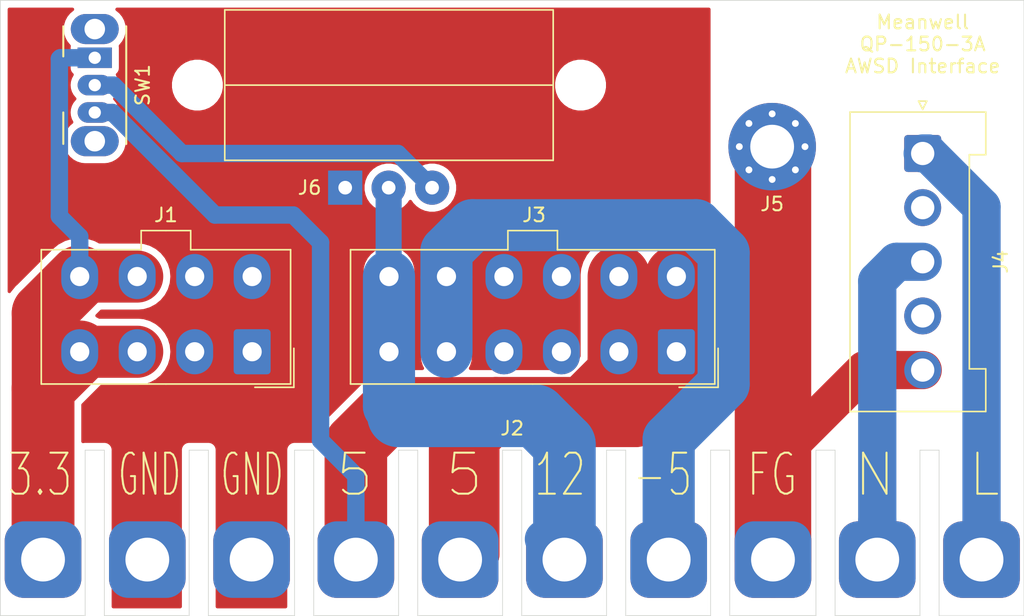
<source format=kicad_pcb>
(kicad_pcb (version 20171130) (host pcbnew "(5.1.5)-3")

  (general
    (thickness 1.6)
    (drawings 58)
    (tracks 74)
    (zones 0)
    (modules 9)
    (nets 10)
  )

  (page A4)
  (title_block
    (title "AWSD Meanwell PS Interface")
    (date 2020-02-08)
    (rev 0.3)
  )

  (layers
    (0 F.Cu signal)
    (31 B.Cu signal)
    (32 B.Adhes user)
    (33 F.Adhes user)
    (34 B.Paste user)
    (35 F.Paste user)
    (36 B.SilkS user)
    (37 F.SilkS user)
    (38 B.Mask user)
    (39 F.Mask user)
    (40 Dwgs.User user)
    (41 Cmts.User user)
    (42 Eco1.User user)
    (43 Eco2.User user)
    (44 Edge.Cuts user)
    (45 Margin user)
    (46 B.CrtYd user)
    (47 F.CrtYd user)
    (48 B.Fab user)
    (49 F.Fab user)
  )

  (setup
    (last_trace_width 0.25)
    (user_trace_width 0.254)
    (user_trace_width 1.27)
    (user_trace_width 1.905)
    (user_trace_width 2.794)
    (user_trace_width 3.81)
    (user_trace_width 4.572)
    (user_trace_width 5.588)
    (user_trace_width 6.604)
    (trace_clearance 0.2)
    (zone_clearance 0.508)
    (zone_45_only no)
    (trace_min 0.2)
    (via_size 0.8)
    (via_drill 0.4)
    (via_min_size 0.4)
    (via_min_drill 0.3)
    (uvia_size 0.3)
    (uvia_drill 0.1)
    (uvias_allowed no)
    (uvia_min_size 0.2)
    (uvia_min_drill 0.1)
    (edge_width 0.05)
    (segment_width 0.2)
    (pcb_text_width 0.3)
    (pcb_text_size 1.5 1.5)
    (mod_edge_width 0.12)
    (mod_text_size 1 1)
    (mod_text_width 0.15)
    (pad_size 1.524 1.524)
    (pad_drill 0.762)
    (pad_to_mask_clearance 0.051)
    (solder_mask_min_width 0.25)
    (aux_axis_origin 0 0)
    (visible_elements 7FFFFFFF)
    (pcbplotparams
      (layerselection 0x010fc_ffffffff)
      (usegerberextensions false)
      (usegerberattributes false)
      (usegerberadvancedattributes false)
      (creategerberjobfile false)
      (excludeedgelayer true)
      (linewidth 0.100000)
      (plotframeref false)
      (viasonmask false)
      (mode 1)
      (useauxorigin false)
      (hpglpennumber 1)
      (hpglpenspeed 20)
      (hpglpendiameter 15.000000)
      (psnegative false)
      (psa4output false)
      (plotreference true)
      (plotvalue true)
      (plotinvisibletext false)
      (padsonsilk false)
      (subtractmaskfromsilk false)
      (outputformat 1)
      (mirror false)
      (drillshape 0)
      (scaleselection 1)
      (outputdirectory "gerber/"))
  )

  (net 0 "")
  (net 1 "Net-(J1-Pad1)")
  (net 2 "Net-(J1-Pad3)")
  (net 3 "Net-(J2-Pad4)")
  (net 4 "Net-(J2-Pad6)")
  (net 5 "Net-(J2-Pad7)")
  (net 6 "Net-(J2-Pad8)")
  (net 7 "Net-(J2-Pad10)")
  (net 8 "Net-(J2-Pad9)")
  (net 9 "Net-(J6-Pad3)")

  (net_class Default "This is the default net class."
    (clearance 0.2)
    (trace_width 0.25)
    (via_dia 0.8)
    (via_drill 0.4)
    (uvia_dia 0.3)
    (uvia_drill 0.1)
    (add_net "Net-(J1-Pad1)")
    (add_net "Net-(J1-Pad3)")
    (add_net "Net-(J2-Pad10)")
    (add_net "Net-(J2-Pad4)")
    (add_net "Net-(J2-Pad6)")
    (add_net "Net-(J2-Pad7)")
    (add_net "Net-(J2-Pad8)")
    (add_net "Net-(J2-Pad9)")
    (add_net "Net-(J6-Pad3)")
  )

  (module Connector_Molex:Molex_Mini-Fit_Jr_5566-08A_2x04_P4.20mm_Vertical (layer F.Cu) (tedit 5B781992) (tstamp 5E3D58E2)
    (at 119 120 180)
    (descr "Molex Mini-Fit Jr. Power Connectors, old mpn/engineering number: 5566-08A, example for new mpn: 39-28-x08x, 4 Pins per row, Mounting:  (http://www.molex.com/pdm_docs/sd/039281043_sd.pdf), generated with kicad-footprint-generator")
    (tags "connector Molex Mini-Fit_Jr side entry")
    (path /5E3D6394)
    (fp_text reference J1 (at 6.3 10) (layer F.SilkS)
      (effects (font (size 1 1) (thickness 0.15)))
    )
    (fp_text value Conn_02x04_Top_Bottom (at 6.3 9.95) (layer F.Fab)
      (effects (font (size 1 1) (thickness 0.15)))
    )
    (fp_line (start -2.7 -2.25) (end -2.7 7.35) (layer F.Fab) (width 0.1))
    (fp_line (start -2.7 7.35) (end 15.3 7.35) (layer F.Fab) (width 0.1))
    (fp_line (start 15.3 7.35) (end 15.3 -2.25) (layer F.Fab) (width 0.1))
    (fp_line (start 15.3 -2.25) (end -2.7 -2.25) (layer F.Fab) (width 0.1))
    (fp_line (start 4.6 7.35) (end 4.6 8.75) (layer F.Fab) (width 0.1))
    (fp_line (start 4.6 8.75) (end 8 8.75) (layer F.Fab) (width 0.1))
    (fp_line (start 8 8.75) (end 8 7.35) (layer F.Fab) (width 0.1))
    (fp_line (start -1.65 -1) (end -1.65 2.3) (layer F.Fab) (width 0.1))
    (fp_line (start -1.65 2.3) (end 1.65 2.3) (layer F.Fab) (width 0.1))
    (fp_line (start 1.65 2.3) (end 1.65 -1) (layer F.Fab) (width 0.1))
    (fp_line (start 1.65 -1) (end -1.65 -1) (layer F.Fab) (width 0.1))
    (fp_line (start -1.65 6.5) (end -1.65 4.025) (layer F.Fab) (width 0.1))
    (fp_line (start -1.65 4.025) (end -0.825 3.2) (layer F.Fab) (width 0.1))
    (fp_line (start -0.825 3.2) (end 0.825 3.2) (layer F.Fab) (width 0.1))
    (fp_line (start 0.825 3.2) (end 1.65 4.025) (layer F.Fab) (width 0.1))
    (fp_line (start 1.65 4.025) (end 1.65 6.5) (layer F.Fab) (width 0.1))
    (fp_line (start 1.65 6.5) (end -1.65 6.5) (layer F.Fab) (width 0.1))
    (fp_line (start 2.55 3.2) (end 2.55 6.5) (layer F.Fab) (width 0.1))
    (fp_line (start 2.55 6.5) (end 5.85 6.5) (layer F.Fab) (width 0.1))
    (fp_line (start 5.85 6.5) (end 5.85 3.2) (layer F.Fab) (width 0.1))
    (fp_line (start 5.85 3.2) (end 2.55 3.2) (layer F.Fab) (width 0.1))
    (fp_line (start 2.55 2.3) (end 2.55 -0.175) (layer F.Fab) (width 0.1))
    (fp_line (start 2.55 -0.175) (end 3.375 -1) (layer F.Fab) (width 0.1))
    (fp_line (start 3.375 -1) (end 5.025 -1) (layer F.Fab) (width 0.1))
    (fp_line (start 5.025 -1) (end 5.85 -0.175) (layer F.Fab) (width 0.1))
    (fp_line (start 5.85 -0.175) (end 5.85 2.3) (layer F.Fab) (width 0.1))
    (fp_line (start 5.85 2.3) (end 2.55 2.3) (layer F.Fab) (width 0.1))
    (fp_line (start 6.75 3.2) (end 6.75 6.5) (layer F.Fab) (width 0.1))
    (fp_line (start 6.75 6.5) (end 10.05 6.5) (layer F.Fab) (width 0.1))
    (fp_line (start 10.05 6.5) (end 10.05 3.2) (layer F.Fab) (width 0.1))
    (fp_line (start 10.05 3.2) (end 6.75 3.2) (layer F.Fab) (width 0.1))
    (fp_line (start 6.75 2.3) (end 6.75 -0.175) (layer F.Fab) (width 0.1))
    (fp_line (start 6.75 -0.175) (end 7.575 -1) (layer F.Fab) (width 0.1))
    (fp_line (start 7.575 -1) (end 9.225 -1) (layer F.Fab) (width 0.1))
    (fp_line (start 9.225 -1) (end 10.05 -0.175) (layer F.Fab) (width 0.1))
    (fp_line (start 10.05 -0.175) (end 10.05 2.3) (layer F.Fab) (width 0.1))
    (fp_line (start 10.05 2.3) (end 6.75 2.3) (layer F.Fab) (width 0.1))
    (fp_line (start 10.95 -1) (end 10.95 2.3) (layer F.Fab) (width 0.1))
    (fp_line (start 10.95 2.3) (end 14.25 2.3) (layer F.Fab) (width 0.1))
    (fp_line (start 14.25 2.3) (end 14.25 -1) (layer F.Fab) (width 0.1))
    (fp_line (start 14.25 -1) (end 10.95 -1) (layer F.Fab) (width 0.1))
    (fp_line (start 10.95 6.5) (end 10.95 4.025) (layer F.Fab) (width 0.1))
    (fp_line (start 10.95 4.025) (end 11.775 3.2) (layer F.Fab) (width 0.1))
    (fp_line (start 11.775 3.2) (end 13.425 3.2) (layer F.Fab) (width 0.1))
    (fp_line (start 13.425 3.2) (end 14.25 4.025) (layer F.Fab) (width 0.1))
    (fp_line (start 14.25 4.025) (end 14.25 6.5) (layer F.Fab) (width 0.1))
    (fp_line (start 14.25 6.5) (end 10.95 6.5) (layer F.Fab) (width 0.1))
    (fp_line (start 6.3 -2.36) (end -2.81 -2.36) (layer F.SilkS) (width 0.12))
    (fp_line (start -2.81 -2.36) (end -2.81 7.46) (layer F.SilkS) (width 0.12))
    (fp_line (start -2.81 7.46) (end 4.49 7.46) (layer F.SilkS) (width 0.12))
    (fp_line (start 4.49 7.46) (end 4.49 8.86) (layer F.SilkS) (width 0.12))
    (fp_line (start 4.49 8.86) (end 6.3 8.86) (layer F.SilkS) (width 0.12))
    (fp_line (start 6.3 -2.36) (end 15.41 -2.36) (layer F.SilkS) (width 0.12))
    (fp_line (start 15.41 -2.36) (end 15.41 7.46) (layer F.SilkS) (width 0.12))
    (fp_line (start 15.41 7.46) (end 8.11 7.46) (layer F.SilkS) (width 0.12))
    (fp_line (start 8.11 7.46) (end 8.11 8.86) (layer F.SilkS) (width 0.12))
    (fp_line (start 8.11 8.86) (end 6.3 8.86) (layer F.SilkS) (width 0.12))
    (fp_line (start -0.2 -2.6) (end -3.05 -2.6) (layer F.SilkS) (width 0.12))
    (fp_line (start -3.05 -2.6) (end -3.05 0.25) (layer F.SilkS) (width 0.12))
    (fp_line (start -0.2 -2.6) (end -3.05 -2.6) (layer F.Fab) (width 0.1))
    (fp_line (start -3.05 -2.6) (end -3.05 0.25) (layer F.Fab) (width 0.1))
    (fp_line (start -3.2 -2.75) (end -3.2 9.25) (layer F.CrtYd) (width 0.05))
    (fp_line (start -3.2 9.25) (end 15.8 9.25) (layer F.CrtYd) (width 0.05))
    (fp_line (start 15.8 9.25) (end 15.8 -2.75) (layer F.CrtYd) (width 0.05))
    (fp_line (start 15.8 -2.75) (end -3.2 -2.75) (layer F.CrtYd) (width 0.05))
    (fp_text user %R (at 6.3 -1.55) (layer F.Fab)
      (effects (font (size 1 1) (thickness 0.15)))
    )
    (pad 1 thru_hole roundrect (at 0 0 180) (size 2.7 3.3) (drill 1.4) (layers *.Cu *.Mask) (roundrect_rratio 0.09259299999999999)
      (net 1 "Net-(J1-Pad1)"))
    (pad 2 thru_hole oval (at 4.2 0 180) (size 2.7 3.3) (drill 1.4) (layers *.Cu *.Mask)
      (net 1 "Net-(J1-Pad1)"))
    (pad 3 thru_hole oval (at 8.4 0 180) (size 2.7 3.3) (drill 1.4) (layers *.Cu *.Mask)
      (net 2 "Net-(J1-Pad3)"))
    (pad 4 thru_hole oval (at 12.6 0 180) (size 2.7 3.3) (drill 1.4) (layers *.Cu *.Mask)
      (net 2 "Net-(J1-Pad3)"))
    (pad 5 thru_hole oval (at 0 5.5 180) (size 2.7 3.3) (drill 1.4) (layers *.Cu *.Mask)
      (net 1 "Net-(J1-Pad1)"))
    (pad 6 thru_hole oval (at 4.2 5.5 180) (size 2.7 3.3) (drill 1.4) (layers *.Cu *.Mask)
      (net 1 "Net-(J1-Pad1)"))
    (pad 7 thru_hole oval (at 8.4 5.5 180) (size 2.7 3.3) (drill 1.4) (layers *.Cu *.Mask)
      (net 2 "Net-(J1-Pad3)"))
    (pad 8 thru_hole oval (at 12.6 5.5 180) (size 2.7 3.3) (drill 1.4) (layers *.Cu *.Mask)
      (net 2 "Net-(J1-Pad3)"))
    (model ${KISYS3DMOD}/Connector_Molex.3dshapes/Molex_Mini-Fit_Jr_5566-08A_2x04_P4.20mm_Vertical.wrl
      (at (xyz 0 0 0))
      (scale (xyz 1 1 1))
      (rotate (xyz 0 0 0))
    )
  )

  (module Connector_Molex:Molex_Mini-Fit_Jr_5566-12A_2x06_P4.20mm_Vertical (layer F.Cu) (tedit 5B781992) (tstamp 5E3D5974)
    (at 150 120 180)
    (descr "Molex Mini-Fit Jr. Power Connectors, old mpn/engineering number: 5566-12A, example for new mpn: 39-28-x12x, 6 Pins per row, Mounting:  (http://www.molex.com/pdm_docs/sd/039281043_sd.pdf), generated with kicad-footprint-generator")
    (tags "connector Molex Mini-Fit_Jr side entry")
    (path /5E3CE40B)
    (fp_text reference J3 (at 10.4 10) (layer F.SilkS)
      (effects (font (size 1 1) (thickness 0.15)))
    )
    (fp_text value Conn_02x06_Top_Bottom (at 5.9 10) (layer F.Fab)
      (effects (font (size 1 1) (thickness 0.15)))
    )
    (fp_line (start -2.7 -2.25) (end -2.7 7.35) (layer F.Fab) (width 0.1))
    (fp_line (start -2.7 7.35) (end 23.7 7.35) (layer F.Fab) (width 0.1))
    (fp_line (start 23.7 7.35) (end 23.7 -2.25) (layer F.Fab) (width 0.1))
    (fp_line (start 23.7 -2.25) (end -2.7 -2.25) (layer F.Fab) (width 0.1))
    (fp_line (start 8.8 7.35) (end 8.8 8.75) (layer F.Fab) (width 0.1))
    (fp_line (start 8.8 8.75) (end 12.2 8.75) (layer F.Fab) (width 0.1))
    (fp_line (start 12.2 8.75) (end 12.2 7.35) (layer F.Fab) (width 0.1))
    (fp_line (start -1.65 -1) (end -1.65 2.3) (layer F.Fab) (width 0.1))
    (fp_line (start -1.65 2.3) (end 1.65 2.3) (layer F.Fab) (width 0.1))
    (fp_line (start 1.65 2.3) (end 1.65 -1) (layer F.Fab) (width 0.1))
    (fp_line (start 1.65 -1) (end -1.65 -1) (layer F.Fab) (width 0.1))
    (fp_line (start -1.65 6.5) (end -1.65 4.025) (layer F.Fab) (width 0.1))
    (fp_line (start -1.65 4.025) (end -0.825 3.2) (layer F.Fab) (width 0.1))
    (fp_line (start -0.825 3.2) (end 0.825 3.2) (layer F.Fab) (width 0.1))
    (fp_line (start 0.825 3.2) (end 1.65 4.025) (layer F.Fab) (width 0.1))
    (fp_line (start 1.65 4.025) (end 1.65 6.5) (layer F.Fab) (width 0.1))
    (fp_line (start 1.65 6.5) (end -1.65 6.5) (layer F.Fab) (width 0.1))
    (fp_line (start 2.55 3.2) (end 2.55 6.5) (layer F.Fab) (width 0.1))
    (fp_line (start 2.55 6.5) (end 5.85 6.5) (layer F.Fab) (width 0.1))
    (fp_line (start 5.85 6.5) (end 5.85 3.2) (layer F.Fab) (width 0.1))
    (fp_line (start 5.85 3.2) (end 2.55 3.2) (layer F.Fab) (width 0.1))
    (fp_line (start 2.55 2.3) (end 2.55 -0.175) (layer F.Fab) (width 0.1))
    (fp_line (start 2.55 -0.175) (end 3.375 -1) (layer F.Fab) (width 0.1))
    (fp_line (start 3.375 -1) (end 5.025 -1) (layer F.Fab) (width 0.1))
    (fp_line (start 5.025 -1) (end 5.85 -0.175) (layer F.Fab) (width 0.1))
    (fp_line (start 5.85 -0.175) (end 5.85 2.3) (layer F.Fab) (width 0.1))
    (fp_line (start 5.85 2.3) (end 2.55 2.3) (layer F.Fab) (width 0.1))
    (fp_line (start 6.75 3.2) (end 6.75 6.5) (layer F.Fab) (width 0.1))
    (fp_line (start 6.75 6.5) (end 10.05 6.5) (layer F.Fab) (width 0.1))
    (fp_line (start 10.05 6.5) (end 10.05 3.2) (layer F.Fab) (width 0.1))
    (fp_line (start 10.05 3.2) (end 6.75 3.2) (layer F.Fab) (width 0.1))
    (fp_line (start 6.75 2.3) (end 6.75 -0.175) (layer F.Fab) (width 0.1))
    (fp_line (start 6.75 -0.175) (end 7.575 -1) (layer F.Fab) (width 0.1))
    (fp_line (start 7.575 -1) (end 9.225 -1) (layer F.Fab) (width 0.1))
    (fp_line (start 9.225 -1) (end 10.05 -0.175) (layer F.Fab) (width 0.1))
    (fp_line (start 10.05 -0.175) (end 10.05 2.3) (layer F.Fab) (width 0.1))
    (fp_line (start 10.05 2.3) (end 6.75 2.3) (layer F.Fab) (width 0.1))
    (fp_line (start 10.95 -1) (end 10.95 2.3) (layer F.Fab) (width 0.1))
    (fp_line (start 10.95 2.3) (end 14.25 2.3) (layer F.Fab) (width 0.1))
    (fp_line (start 14.25 2.3) (end 14.25 -1) (layer F.Fab) (width 0.1))
    (fp_line (start 14.25 -1) (end 10.95 -1) (layer F.Fab) (width 0.1))
    (fp_line (start 10.95 6.5) (end 10.95 4.025) (layer F.Fab) (width 0.1))
    (fp_line (start 10.95 4.025) (end 11.775 3.2) (layer F.Fab) (width 0.1))
    (fp_line (start 11.775 3.2) (end 13.425 3.2) (layer F.Fab) (width 0.1))
    (fp_line (start 13.425 3.2) (end 14.25 4.025) (layer F.Fab) (width 0.1))
    (fp_line (start 14.25 4.025) (end 14.25 6.5) (layer F.Fab) (width 0.1))
    (fp_line (start 14.25 6.5) (end 10.95 6.5) (layer F.Fab) (width 0.1))
    (fp_line (start 15.15 -1) (end 15.15 2.3) (layer F.Fab) (width 0.1))
    (fp_line (start 15.15 2.3) (end 18.45 2.3) (layer F.Fab) (width 0.1))
    (fp_line (start 18.45 2.3) (end 18.45 -1) (layer F.Fab) (width 0.1))
    (fp_line (start 18.45 -1) (end 15.15 -1) (layer F.Fab) (width 0.1))
    (fp_line (start 15.15 6.5) (end 15.15 4.025) (layer F.Fab) (width 0.1))
    (fp_line (start 15.15 4.025) (end 15.975 3.2) (layer F.Fab) (width 0.1))
    (fp_line (start 15.975 3.2) (end 17.625 3.2) (layer F.Fab) (width 0.1))
    (fp_line (start 17.625 3.2) (end 18.45 4.025) (layer F.Fab) (width 0.1))
    (fp_line (start 18.45 4.025) (end 18.45 6.5) (layer F.Fab) (width 0.1))
    (fp_line (start 18.45 6.5) (end 15.15 6.5) (layer F.Fab) (width 0.1))
    (fp_line (start 19.35 3.2) (end 19.35 6.5) (layer F.Fab) (width 0.1))
    (fp_line (start 19.35 6.5) (end 22.65 6.5) (layer F.Fab) (width 0.1))
    (fp_line (start 22.65 6.5) (end 22.65 3.2) (layer F.Fab) (width 0.1))
    (fp_line (start 22.65 3.2) (end 19.35 3.2) (layer F.Fab) (width 0.1))
    (fp_line (start 19.35 2.3) (end 19.35 -0.175) (layer F.Fab) (width 0.1))
    (fp_line (start 19.35 -0.175) (end 20.175 -1) (layer F.Fab) (width 0.1))
    (fp_line (start 20.175 -1) (end 21.825 -1) (layer F.Fab) (width 0.1))
    (fp_line (start 21.825 -1) (end 22.65 -0.175) (layer F.Fab) (width 0.1))
    (fp_line (start 22.65 -0.175) (end 22.65 2.3) (layer F.Fab) (width 0.1))
    (fp_line (start 22.65 2.3) (end 19.35 2.3) (layer F.Fab) (width 0.1))
    (fp_line (start 10.5 -2.36) (end -2.81 -2.36) (layer F.SilkS) (width 0.12))
    (fp_line (start -2.81 -2.36) (end -2.81 7.46) (layer F.SilkS) (width 0.12))
    (fp_line (start -2.81 7.46) (end 8.69 7.46) (layer F.SilkS) (width 0.12))
    (fp_line (start 8.69 7.46) (end 8.69 8.86) (layer F.SilkS) (width 0.12))
    (fp_line (start 8.69 8.86) (end 10.5 8.86) (layer F.SilkS) (width 0.12))
    (fp_line (start 10.5 -2.36) (end 23.81 -2.36) (layer F.SilkS) (width 0.12))
    (fp_line (start 23.81 -2.36) (end 23.81 7.46) (layer F.SilkS) (width 0.12))
    (fp_line (start 23.81 7.46) (end 12.31 7.46) (layer F.SilkS) (width 0.12))
    (fp_line (start 12.31 7.46) (end 12.31 8.86) (layer F.SilkS) (width 0.12))
    (fp_line (start 12.31 8.86) (end 10.5 8.86) (layer F.SilkS) (width 0.12))
    (fp_line (start -0.2 -2.6) (end -3.05 -2.6) (layer F.SilkS) (width 0.12))
    (fp_line (start -3.05 -2.6) (end -3.05 0.25) (layer F.SilkS) (width 0.12))
    (fp_line (start -0.2 -2.6) (end -3.05 -2.6) (layer F.Fab) (width 0.1))
    (fp_line (start -3.05 -2.6) (end -3.05 0.25) (layer F.Fab) (width 0.1))
    (fp_line (start -3.2 -2.75) (end -3.2 9.25) (layer F.CrtYd) (width 0.05))
    (fp_line (start -3.2 9.25) (end 24.2 9.25) (layer F.CrtYd) (width 0.05))
    (fp_line (start 24.2 9.25) (end 24.2 -2.75) (layer F.CrtYd) (width 0.05))
    (fp_line (start 24.2 -2.75) (end -3.2 -2.75) (layer F.CrtYd) (width 0.05))
    (fp_text user %R (at 10.5 -1.55) (layer F.Fab)
      (effects (font (size 1 1) (thickness 0.15)))
    )
    (pad 1 thru_hole roundrect (at 0 0 180) (size 2.7 3.3) (drill 1.4) (layers *.Cu *.Mask) (roundrect_rratio 0.09259299999999999)
      (net 3 "Net-(J2-Pad4)"))
    (pad 2 thru_hole oval (at 4.2 0 180) (size 2.7 3.3) (drill 1.4) (layers *.Cu *.Mask)
      (net 3 "Net-(J2-Pad4)"))
    (pad 3 thru_hole oval (at 8.4 0 180) (size 2.7 3.3) (drill 1.4) (layers *.Cu *.Mask)
      (net 1 "Net-(J1-Pad1)"))
    (pad 4 thru_hole oval (at 12.6 0 180) (size 2.7 3.3) (drill 1.4) (layers *.Cu *.Mask)
      (net 1 "Net-(J1-Pad1)"))
    (pad 5 thru_hole oval (at 16.8 0 180) (size 2.7 3.3) (drill 1.4) (layers *.Cu *.Mask)
      (net 5 "Net-(J2-Pad7)"))
    (pad 6 thru_hole oval (at 21 0 180) (size 2.7 3.3) (drill 1.4) (layers *.Cu *.Mask)
      (net 4 "Net-(J2-Pad6)"))
    (pad 7 thru_hole oval (at 0 5.5 180) (size 2.7 3.3) (drill 1.4) (layers *.Cu *.Mask)
      (net 3 "Net-(J2-Pad4)"))
    (pad 8 thru_hole oval (at 4.2 5.5 180) (size 2.7 3.3) (drill 1.4) (layers *.Cu *.Mask)
      (net 3 "Net-(J2-Pad4)"))
    (pad 9 thru_hole oval (at 8.4 5.5 180) (size 2.7 3.3) (drill 1.4) (layers *.Cu *.Mask)
      (net 1 "Net-(J1-Pad1)"))
    (pad 10 thru_hole oval (at 12.6 5.5 180) (size 2.7 3.3) (drill 1.4) (layers *.Cu *.Mask)
      (net 1 "Net-(J1-Pad1)"))
    (pad 11 thru_hole oval (at 16.8 5.5 180) (size 2.7 3.3) (drill 1.4) (layers *.Cu *.Mask)
      (net 5 "Net-(J2-Pad7)"))
    (pad 12 thru_hole oval (at 21 5.5 180) (size 2.7 3.3) (drill 1.4) (layers *.Cu *.Mask)
      (net 4 "Net-(J2-Pad6)"))
    (model ${KISYS3DMOD}/Connector_Molex.3dshapes/Molex_Mini-Fit_Jr_5566-12A_2x06_P4.20mm_Vertical.wrl
      (at (xyz 0 0 0))
      (scale (xyz 1 1 1))
      (rotate (xyz 0 0 0))
    )
  )

  (module Connector_JST:JST_VH_B5P-VH-FB-B_1x05_P3.96mm_Vertical (layer F.Cu) (tedit 5B774DBF) (tstamp 5E3D72A8)
    (at 168 105.5 270)
    (descr "JST VH series connector, B5P-VH-FB-B, shrouded (http://www.jst-mfg.com/product/pdf/eng/eVH.pdf),  generated with kicad-footprint-generator")
    (tags "connector JST VH side entry")
    (path /5E3D7C6C)
    (fp_text reference J4 (at 7.92 -5.7 90) (layer F.SilkS)
      (effects (font (size 1 1) (thickness 0.15)))
    )
    (fp_text value Conn_01x05 (at 7.92 6.4 90) (layer F.Fab)
      (effects (font (size 1 1) (thickness 0.15)))
    )
    (fp_line (start -2.92 5.2) (end -2.92 -4.5) (layer F.Fab) (width 0.1))
    (fp_line (start -2.92 -4.5) (end -0.02 -4.5) (layer F.Fab) (width 0.1))
    (fp_line (start -0.02 -4.5) (end -0.02 -3.3) (layer F.Fab) (width 0.1))
    (fp_line (start -0.02 -3.3) (end 15.86 -3.3) (layer F.Fab) (width 0.1))
    (fp_line (start 15.86 -3.3) (end 15.86 -4.5) (layer F.Fab) (width 0.1))
    (fp_line (start 15.86 -4.5) (end 18.76 -4.5) (layer F.Fab) (width 0.1))
    (fp_line (start 18.76 -4.5) (end 18.76 5.2) (layer F.Fab) (width 0.1))
    (fp_line (start 18.76 5.2) (end -2.92 5.2) (layer F.Fab) (width 0.1))
    (fp_line (start -2 4.3) (end -2 -2.1) (layer F.Fab) (width 0.1))
    (fp_line (start -2 -2.1) (end 17.84 -2.1) (layer F.Fab) (width 0.1))
    (fp_line (start 17.84 -2.1) (end 17.84 4.3) (layer F.Fab) (width 0.1))
    (fp_line (start 17.84 4.3) (end -2 4.3) (layer F.Fab) (width 0.1))
    (fp_line (start -2.92 -1) (end -1.92 0) (layer F.Fab) (width 0.1))
    (fp_line (start -2.92 1) (end -1.92 0) (layer F.Fab) (width 0.1))
    (fp_line (start -3.42 -5) (end -3.42 5.7) (layer F.CrtYd) (width 0.05))
    (fp_line (start -3.42 5.7) (end 19.26 5.7) (layer F.CrtYd) (width 0.05))
    (fp_line (start 19.26 5.7) (end 19.26 -5) (layer F.CrtYd) (width 0.05))
    (fp_line (start 19.26 -5) (end -3.42 -5) (layer F.CrtYd) (width 0.05))
    (fp_line (start -3.03 5.31) (end -3.03 -4.61) (layer F.SilkS) (width 0.12))
    (fp_line (start -3.03 -4.61) (end 0.09 -4.61) (layer F.SilkS) (width 0.12))
    (fp_line (start 0.09 -4.61) (end 0.09 -3.41) (layer F.SilkS) (width 0.12))
    (fp_line (start 0.09 -3.41) (end 15.75 -3.41) (layer F.SilkS) (width 0.12))
    (fp_line (start 15.75 -3.41) (end 15.75 -4.61) (layer F.SilkS) (width 0.12))
    (fp_line (start 15.75 -4.61) (end 18.87 -4.61) (layer F.SilkS) (width 0.12))
    (fp_line (start 18.87 -4.61) (end 18.87 5.31) (layer F.SilkS) (width 0.12))
    (fp_line (start 18.87 5.31) (end -3.03 5.31) (layer F.SilkS) (width 0.12))
    (fp_line (start -3.23 0) (end -3.83 0.3) (layer F.SilkS) (width 0.12))
    (fp_line (start -3.83 0.3) (end -3.83 -0.3) (layer F.SilkS) (width 0.12))
    (fp_line (start -3.83 -0.3) (end -3.23 0) (layer F.SilkS) (width 0.12))
    (fp_text user %R (at 7.92 2.5 90) (layer F.Fab)
      (effects (font (size 1 1) (thickness 0.15)))
    )
    (pad 1 thru_hole roundrect (at 0 0 270) (size 2.7 2.7) (drill 1.7) (layers *.Cu *.Mask) (roundrect_rratio 0.09259299999999999)
      (net 7 "Net-(J2-Pad10)"))
    (pad 2 thru_hole circle (at 3.96 0 270) (size 2.7 2.7) (drill 1.7) (layers *.Cu *.Mask))
    (pad 3 thru_hole circle (at 7.92 0 270) (size 2.7 2.7) (drill 1.7) (layers *.Cu *.Mask)
      (net 8 "Net-(J2-Pad9)"))
    (pad 4 thru_hole circle (at 11.88 0 270) (size 2.7 2.7) (drill 1.7) (layers *.Cu *.Mask))
    (pad 5 thru_hole circle (at 15.84 0 270) (size 2.7 2.7) (drill 1.7) (layers *.Cu *.Mask)
      (net 6 "Net-(J2-Pad8)"))
    (pad "" np_thru_hole circle (at -1.5 -3.4 270) (size 1.45 1.45) (drill 1.45) (layers *.Cu *.Mask))
    (model ${KISYS3DMOD}/Connector_JST.3dshapes/JST_VH_B5P-VH-FB-B_1x05_P3.96mm_Vertical.wrl
      (at (xyz 0 0 0))
      (scale (xyz 1 1 1))
      (rotate (xyz 0 0 0))
    )
  )

  (module MountingHole:MountingHole_3.2mm_M3_Pad_Via (layer F.Cu) (tedit 56DDBCCA) (tstamp 5E3D59AC)
    (at 157 105 180)
    (descr "Mounting Hole 3.2mm, M3")
    (tags "mounting hole 3.2mm m3")
    (path /5E3F093F)
    (attr virtual)
    (fp_text reference J5 (at 0 -4.2) (layer F.SilkS)
      (effects (font (size 1 1) (thickness 0.15)))
    )
    (fp_text value Conn_01x01 (at 0 4.2) (layer F.Fab)
      (effects (font (size 1 1) (thickness 0.15)))
    )
    (fp_text user %R (at 0.3 0) (layer F.Fab)
      (effects (font (size 1 1) (thickness 0.15)))
    )
    (fp_circle (center 0 0) (end 3.2 0) (layer Cmts.User) (width 0.15))
    (fp_circle (center 0 0) (end 3.45 0) (layer F.CrtYd) (width 0.05))
    (pad 1 thru_hole circle (at 0 0 180) (size 6.4 6.4) (drill 3.2) (layers *.Cu *.Mask)
      (net 6 "Net-(J2-Pad8)"))
    (pad 1 thru_hole circle (at 2.4 0 180) (size 0.8 0.8) (drill 0.5) (layers *.Cu *.Mask)
      (net 6 "Net-(J2-Pad8)"))
    (pad 1 thru_hole circle (at 1.697056 1.697056 180) (size 0.8 0.8) (drill 0.5) (layers *.Cu *.Mask)
      (net 6 "Net-(J2-Pad8)"))
    (pad 1 thru_hole circle (at 0 2.4 180) (size 0.8 0.8) (drill 0.5) (layers *.Cu *.Mask)
      (net 6 "Net-(J2-Pad8)"))
    (pad 1 thru_hole circle (at -1.697056 1.697056 180) (size 0.8 0.8) (drill 0.5) (layers *.Cu *.Mask)
      (net 6 "Net-(J2-Pad8)"))
    (pad 1 thru_hole circle (at -2.4 0 180) (size 0.8 0.8) (drill 0.5) (layers *.Cu *.Mask)
      (net 6 "Net-(J2-Pad8)"))
    (pad 1 thru_hole circle (at -1.697056 -1.697056 180) (size 0.8 0.8) (drill 0.5) (layers *.Cu *.Mask)
      (net 6 "Net-(J2-Pad8)"))
    (pad 1 thru_hole circle (at 0 -2.4 180) (size 0.8 0.8) (drill 0.5) (layers *.Cu *.Mask)
      (net 6 "Net-(J2-Pad8)"))
    (pad 1 thru_hole circle (at 1.697056 -1.697056 180) (size 0.8 0.8) (drill 0.5) (layers *.Cu *.Mask)
      (net 6 "Net-(J2-Pad8)"))
  )

  (module Button_Switch_THT:SW_CuK_OS102011MA1QN1_SPDT_Angled (layer F.Cu) (tedit 5A02FE31) (tstamp 5E3D80D4)
    (at 107.5 98.5 270)
    (descr "CuK miniature slide switch, OS series, SPDT, right angle, http://www.ckswitches.com/media/1428/os.pdf")
    (tags "switch SPDT")
    (path /5E3F57A9)
    (fp_text reference SW1 (at 2 -3.5 90) (layer F.SilkS)
      (effects (font (size 1 1) (thickness 0.15)))
    )
    (fp_text value SW_SPDT (at 8.5 2 180) (layer F.Fab)
      (effects (font (size 1 1) (thickness 0.15)))
    )
    (fp_text user %R (at 2.3 1.7 90) (layer F.Fab)
      (effects (font (size 0.5 0.5) (thickness 0.1)))
    )
    (fp_line (start -2.3 -2.2) (end 6.3 -2.2) (layer F.Fab) (width 0.1))
    (fp_line (start -2.3 -2.2) (end -2.3 2.2) (layer F.Fab) (width 0.1))
    (fp_line (start -2.3 2.2) (end 6.3 2.2) (layer F.Fab) (width 0.1))
    (fp_line (start 6.3 2.2) (end 6.3 -2.2) (layer F.Fab) (width 0.1))
    (fp_line (start 2 2.2) (end 2 6.2) (layer F.Fab) (width 0.1))
    (fp_line (start 2 6.2) (end 0 6.2) (layer F.Fab) (width 0.1))
    (fp_line (start 0 6.2) (end 0 2.2) (layer F.Fab) (width 0.1))
    (fp_line (start -2.3 -2.3) (end 6.3 -2.3) (layer F.SilkS) (width 0.15))
    (fp_line (start -2.3 2.3) (end -0.1 2.3) (layer F.SilkS) (width 0.15))
    (fp_line (start 4 2.3) (end 6.3 2.3) (layer F.SilkS) (width 0.15))
    (fp_line (start 7.7 -2.7) (end 7.7 6.7) (layer F.CrtYd) (width 0.05))
    (fp_line (start 7.7 6.7) (end -3.7 6.7) (layer F.CrtYd) (width 0.05))
    (fp_line (start -3.7 6.7) (end -3.7 -2.7) (layer F.CrtYd) (width 0.05))
    (fp_line (start -3.7 -2.7) (end 7.7 -2.7) (layer F.CrtYd) (width 0.05))
    (pad 1 thru_hole rect (at 0 0 270) (size 1.5 2.5) (drill 0.9) (layers *.Cu *.Mask)
      (net 2 "Net-(J1-Pad3)"))
    (pad 2 thru_hole oval (at 2 0 270) (size 1.5 2.5) (drill 0.9) (layers *.Cu *.Mask)
      (net 9 "Net-(J6-Pad3)"))
    (pad 3 thru_hole oval (at 4 0 270) (size 1.5 2.5) (drill 0.9) (layers *.Cu *.Mask)
      (net 3 "Net-(J2-Pad4)"))
    (pad "" thru_hole oval (at -2.1 0 270) (size 2.2 3.5) (drill 1.5) (layers *.Cu *.Mask))
    (pad "" thru_hole oval (at 6.1 0 270) (size 2.2 3.5) (drill 1.5) (layers *.Cu *.Mask))
    (model ${KISYS3DMOD}/Button_Switch_THT.3dshapes/SW_CuK_OS102011MA1QN1_SPDT_Angled.wrl
      (at (xyz 0 0 0))
      (scale (xyz 1 1 1))
      (rotate (xyz 0 0 0))
    )
  )

  (module Andrew-Custom:PSTabs_3.2mm_M3_DIN965_Pad (layer F.Cu) (tedit 5E3CF74A) (tstamp 5E3D701B)
    (at 138.01 135.2 180)
    (descr "Mounting Hole 3.2mm, M3, DIN965")
    (tags "mounting hole 3.2mm m3 din965")
    (path /5E3D4BBA)
    (attr virtual)
    (fp_text reference J2 (at 0.01 9.6 180) (layer F.SilkS)
      (effects (font (size 1 1) (thickness 0.15)))
    )
    (fp_text value Conn_01x10 (at 0 4.3) (layer F.Fab)
      (effects (font (size 1 1) (thickness 0.15)))
    )
    (fp_text user %R (at -3.51 0) (layer F.Fab)
      (effects (font (size 1 1) (thickness 0.15)))
    )
    (fp_circle (center -3.81 0) (end -1.01 0) (layer Cmts.User) (width 0.15))
    (fp_circle (center -3.81 0) (end -0.76 0) (layer F.CrtYd) (width 0.05))
    (fp_circle (center 3.81 0) (end 6.86 0) (layer F.CrtYd) (width 0.05))
    (fp_circle (center 3.81 0) (end 6.61 0) (layer Cmts.User) (width 0.15))
    (fp_text user %R (at 4.11 0) (layer F.Fab)
      (effects (font (size 1 1) (thickness 0.15)))
    )
    (fp_circle (center -19.05 0) (end -16 0) (layer F.CrtYd) (width 0.05))
    (fp_circle (center -19.05 0) (end -16.25 0) (layer Cmts.User) (width 0.15))
    (fp_text user %R (at -18.75 0) (layer F.Fab)
      (effects (font (size 1 1) (thickness 0.15)))
    )
    (fp_circle (center -26.67 0) (end -23.62 0) (layer F.CrtYd) (width 0.05))
    (fp_circle (center -26.67 0) (end -23.87 0) (layer Cmts.User) (width 0.15))
    (fp_text user %R (at -26.37 0) (layer F.Fab)
      (effects (font (size 1 1) (thickness 0.15)))
    )
    (fp_circle (center -11.43 0) (end -8.38 0) (layer F.CrtYd) (width 0.05))
    (fp_circle (center -11.43 0) (end -8.63 0) (layer Cmts.User) (width 0.15))
    (fp_text user %R (at -11.13 0) (layer F.Fab)
      (effects (font (size 1 1) (thickness 0.15)))
    )
    (fp_circle (center 11.43 0) (end 14.48 0) (layer F.CrtYd) (width 0.05))
    (fp_circle (center 11.43 0) (end 14.23 0) (layer Cmts.User) (width 0.15))
    (fp_text user %R (at 11.73 0) (layer F.Fab)
      (effects (font (size 1 1) (thickness 0.15)))
    )
    (fp_circle (center -34.29 0) (end -31.24 0) (layer F.CrtYd) (width 0.05))
    (fp_circle (center -34.29 0) (end -31.49 0) (layer Cmts.User) (width 0.15))
    (fp_text user %R (at -33.99 0) (layer F.Fab)
      (effects (font (size 1 1) (thickness 0.15)))
    )
    (fp_circle (center 19.05 0) (end 22.1 0) (layer F.CrtYd) (width 0.05))
    (fp_circle (center 19.05 0) (end 21.85 0) (layer Cmts.User) (width 0.15))
    (fp_text user %R (at 19.35 0) (layer F.Fab)
      (effects (font (size 1 1) (thickness 0.15)))
    )
    (fp_circle (center 34.29 0) (end 37.34 0) (layer F.CrtYd) (width 0.05))
    (fp_circle (center 34.29 0) (end 37.09 0) (layer Cmts.User) (width 0.15))
    (fp_text user %R (at 34.59 0) (layer F.Fab)
      (effects (font (size 1 1) (thickness 0.15)))
    )
    (fp_circle (center 26.67 0) (end 29.72 0) (layer F.CrtYd) (width 0.05))
    (fp_circle (center 26.67 0) (end 29.47 0) (layer Cmts.User) (width 0.15))
    (fp_text user %R (at 26.97 0) (layer F.Fab)
      (effects (font (size 1 1) (thickness 0.15)))
    )
    (pad 6 thru_hole roundrect (at -3.81 0 180) (size 5.6 5.6) (drill 3.2) (layers *.Cu *.Mask) (roundrect_rratio 0.25)
      (net 4 "Net-(J2-Pad6)"))
    (pad 5 thru_hole roundrect (at 3.81 0 180) (size 5.6 5.6) (drill 3.2) (layers *.Cu *.Mask) (roundrect_rratio 0.25)
      (net 3 "Net-(J2-Pad4)"))
    (pad 8 thru_hole roundrect (at -19.05 0 180) (size 5.6 5.6) (drill 3.2) (layers *.Cu *.Mask) (roundrect_rratio 0.25)
      (net 6 "Net-(J2-Pad8)"))
    (pad 9 thru_hole roundrect (at -26.67 0 180) (size 5.6 5.6) (drill 3.2) (layers *.Cu *.Mask) (roundrect_rratio 0.25)
      (net 8 "Net-(J2-Pad9)"))
    (pad 7 thru_hole roundrect (at -11.43 0 180) (size 5.6 5.6) (drill 3.2) (layers *.Cu *.Mask) (roundrect_rratio 0.25)
      (net 5 "Net-(J2-Pad7)"))
    (pad 4 thru_hole roundrect (at 11.43 0 180) (size 5.6 5.6) (drill 3.2) (layers *.Cu *.Mask) (roundrect_rratio 0.25)
      (net 3 "Net-(J2-Pad4)"))
    (pad 10 thru_hole roundrect (at -34.29 0 180) (size 5.6 5.6) (drill 3.2) (layers *.Cu *.Mask) (roundrect_rratio 0.25)
      (net 7 "Net-(J2-Pad10)"))
    (pad 3 thru_hole roundrect (at 19.05 0 180) (size 5.6 5.6) (drill 3.2) (layers *.Cu *.Mask) (roundrect_rratio 0.25)
      (net 1 "Net-(J1-Pad1)"))
    (pad 1 thru_hole roundrect (at 34.29 0 180) (size 5.6 5.6) (drill 3.2) (layers *.Cu *.Mask) (roundrect_rratio 0.25)
      (net 2 "Net-(J1-Pad3)"))
    (pad 2 thru_hole roundrect (at 26.67 0 180) (size 5.6 5.6) (drill 3.2) (layers *.Cu *.Mask) (roundrect_rratio 0.25)
      (net 1 "Net-(J1-Pad1)"))
  )

  (module Connector_Wire:SolderWirePad_1x03_P3.175mm_Drill1mm (layer F.Cu) (tedit 5AEE5F67) (tstamp 5E3E4E65)
    (at 125.8 108)
    (descr "Wire solder connection")
    (tags connector)
    (path /5E3F337E)
    (attr virtual)
    (fp_text reference J6 (at -2.6 0) (layer F.SilkS)
      (effects (font (size 1 1) (thickness 0.15)))
    )
    (fp_text value Conn_01x03 (at 3.175 3.175) (layer F.Fab)
      (effects (font (size 1 1) (thickness 0.15)))
    )
    (fp_text user %R (at 3.175 0) (layer F.Fab)
      (effects (font (size 1 1) (thickness 0.15)))
    )
    (fp_line (start -1.74 -1.75) (end 8.1 -1.75) (layer F.CrtYd) (width 0.05))
    (fp_line (start -1.74 -1.75) (end -1.74 1.75) (layer F.CrtYd) (width 0.05))
    (fp_line (start 8.1 1.75) (end 8.1 -1.75) (layer F.CrtYd) (width 0.05))
    (fp_line (start 8.1 1.75) (end -1.74 1.75) (layer F.CrtYd) (width 0.05))
    (pad 1 thru_hole rect (at 0 0) (size 2.49936 2.49936) (drill 1.00076) (layers *.Cu *.Mask)
      (net 1 "Net-(J1-Pad1)"))
    (pad 2 thru_hole circle (at 3.175 0) (size 2.49936 2.49936) (drill 1.00076) (layers *.Cu *.Mask)
      (net 4 "Net-(J2-Pad6)"))
    (pad 3 thru_hole circle (at 6.35 0) (size 2.49936 2.49936) (drill 1.00076) (layers *.Cu *.Mask)
      (net 9 "Net-(J6-Pad3)"))
  )

  (module MountingHole:MountingHole_2.7mm_M2.5 (layer F.Cu) (tedit 56D1B4CB) (tstamp 5E3FB94D)
    (at 115 100.5)
    (descr "Mounting Hole 2.7mm, no annular, M2.5")
    (tags "mounting hole 2.7mm no annular m2.5")
    (path /5E3FD440)
    (attr virtual)
    (fp_text reference H1 (at 0 -3.7) (layer F.SilkS) hide
      (effects (font (size 1 1) (thickness 0.15)))
    )
    (fp_text value MountingHole (at 0 3.7) (layer F.Fab)
      (effects (font (size 1 1) (thickness 0.15)))
    )
    (fp_text user %R (at 0.3 0) (layer F.Fab)
      (effects (font (size 1 1) (thickness 0.15)))
    )
    (fp_circle (center 0 0) (end 2.7 0) (layer Cmts.User) (width 0.15))
    (fp_circle (center 0 0) (end 2.95 0) (layer F.CrtYd) (width 0.05))
    (pad 1 np_thru_hole circle (at 0 0) (size 2.7 2.7) (drill 2.7) (layers *.Cu *.Mask))
  )

  (module MountingHole:MountingHole_2.7mm_M2.5 (layer F.Cu) (tedit 56D1B4CB) (tstamp 5E3FB955)
    (at 143 100.5)
    (descr "Mounting Hole 2.7mm, no annular, M2.5")
    (tags "mounting hole 2.7mm no annular m2.5")
    (path /5E3FEA25)
    (attr virtual)
    (fp_text reference H2 (at 0 -3.7) (layer F.SilkS) hide
      (effects (font (size 1 1) (thickness 0.15)))
    )
    (fp_text value MountingHole (at 0 3.7) (layer F.Fab)
      (effects (font (size 1 1) (thickness 0.15)))
    )
    (fp_circle (center 0 0) (end 2.95 0) (layer F.CrtYd) (width 0.05))
    (fp_circle (center 0 0) (end 2.7 0) (layer Cmts.User) (width 0.15))
    (fp_text user %R (at 0.3 0) (layer F.Fab)
      (effects (font (size 1 1) (thickness 0.15)))
    )
    (pad 1 np_thru_hole circle (at 0 0) (size 2.7 2.7) (drill 2.7) (layers *.Cu *.Mask))
  )

  (gr_line (start 141 100.5) (end 117 100.5) (layer F.SilkS) (width 0.12))
  (gr_text "Meanwell\nQP-150-3A\nAWSD Interface" (at 168 97.5) (layer F.SilkS)
    (effects (font (size 1 1) (thickness 0.15)))
  )
  (gr_text L (at 172.5 129) (layer F.SilkS)
    (effects (font (size 3 3) (thickness 0.15)))
  )
  (gr_text N (at 164.5 129) (layer F.SilkS)
    (effects (font (size 3 3) (thickness 0.15)))
  )
  (gr_text FG (at 157 129) (layer F.SilkS)
    (effects (font (size 3 2) (thickness 0.15)))
  )
  (gr_text -5 (at 149 129) (layer F.SilkS)
    (effects (font (size 3 2) (thickness 0.15)))
  )
  (gr_text 12 (at 141.5 129) (layer F.SilkS)
    (effects (font (size 3 2) (thickness 0.15)))
  )
  (gr_text 5 (at 134.5 129) (layer F.SilkS)
    (effects (font (size 3 3) (thickness 0.15)))
  )
  (gr_text 5 (at 126.5 129) (layer F.SilkS)
    (effects (font (size 3 3) (thickness 0.15)))
  )
  (gr_text GND (at 119 129) (layer F.SilkS)
    (effects (font (size 3 1.5) (thickness 0.15)))
  )
  (gr_text "GND\n" (at 111.5 129) (layer F.SilkS)
    (effects (font (size 3 1.5) (thickness 0.15)))
  )
  (gr_text 3.3 (at 103.5 129) (layer F.SilkS)
    (effects (font (size 3 2) (thickness 0.15)))
  )
  (gr_line (start 100.6 94.3) (end 100.6 139.3) (layer Edge.Cuts) (width 0.05) (tstamp 5E3E43D2))
  (gr_line (start 175.4 94.6) (end 175.4 94.3) (layer Edge.Cuts) (width 0.05) (tstamp 5E3E42AF))
  (gr_line (start 141 95) (end 117 95) (layer F.SilkS) (width 0.12) (tstamp 5E3D9CCE))
  (gr_line (start 141 106) (end 141 95) (layer F.SilkS) (width 0.12))
  (gr_line (start 117 106) (end 141 106) (layer F.SilkS) (width 0.12))
  (gr_line (start 117 95) (end 117 106) (layer F.SilkS) (width 0.12))
  (gr_line (start 175.4 139.3) (end 175.4 94.6) (layer Edge.Cuts) (width 0.05) (tstamp 5E3D6434))
  (gr_line (start 100.6 94.3) (end 175.4 94.3) (layer Edge.Cuts) (width 0.05) (tstamp 5E3D6987))
  (gr_line (start 106.8 139.3) (end 100.6 139.3) (layer Edge.Cuts) (width 0.05) (tstamp 5E3D62EF))
  (gr_line (start 114.4 139.3) (end 108.2 139.3) (layer Edge.Cuts) (width 0.05) (tstamp 5E3D62EE))
  (gr_line (start 122.1 139.3) (end 115.8 139.3) (layer Edge.Cuts) (width 0.05) (tstamp 5E3D62ED))
  (gr_line (start 129.7 139.3) (end 123.5 139.3) (layer Edge.Cuts) (width 0.05) (tstamp 5E3D62EC))
  (gr_line (start 137.3 139.3) (end 131.1 139.3) (layer Edge.Cuts) (width 0.05) (tstamp 5E3D62EB))
  (gr_line (start 144.9 139.3) (end 138.7 139.3) (layer Edge.Cuts) (width 0.05) (tstamp 5E3D62EA))
  (gr_line (start 152.5 139.3) (end 146.3 139.3) (layer Edge.Cuts) (width 0.05) (tstamp 5E3D62E9))
  (gr_line (start 160.2 139.3) (end 153.9 139.3) (layer Edge.Cuts) (width 0.05) (tstamp 5E3D62E8))
  (gr_line (start 167.8 139.3) (end 161.6 139.3) (layer Edge.Cuts) (width 0.05) (tstamp 5E3D62E7))
  (gr_line (start 175.4 139.3) (end 169.2 139.3) (layer Edge.Cuts) (width 0.05) (tstamp 5E3D62E6))
  (gr_line (start 106.8 127.2) (end 106.8 139.3) (layer Edge.Cuts) (width 0.05))
  (gr_line (start 108.2 127.2) (end 106.8 127.2) (layer Edge.Cuts) (width 0.05))
  (gr_line (start 108.2 139.3) (end 108.2 127.2) (layer Edge.Cuts) (width 0.05))
  (gr_line (start 114.4 127.2) (end 114.4 139.3) (layer Edge.Cuts) (width 0.05))
  (gr_line (start 115.8 127.2) (end 114.4 127.2) (layer Edge.Cuts) (width 0.05))
  (gr_line (start 115.8 139.3) (end 115.8 127.2) (layer Edge.Cuts) (width 0.05))
  (gr_line (start 122.1 127.2) (end 122.1 139.3) (layer Edge.Cuts) (width 0.05))
  (gr_line (start 123.5 127.2) (end 122.1 127.2) (layer Edge.Cuts) (width 0.05))
  (gr_line (start 123.5 139.3) (end 123.5 127.2) (layer Edge.Cuts) (width 0.05))
  (gr_line (start 129.7 127.2) (end 129.7 139.3) (layer Edge.Cuts) (width 0.05))
  (gr_line (start 131.1 127.2) (end 129.7 127.2) (layer Edge.Cuts) (width 0.05))
  (gr_line (start 131.1 139.3) (end 131.1 127.2) (layer Edge.Cuts) (width 0.05))
  (gr_line (start 137.3 127.2) (end 137.3 139.3) (layer Edge.Cuts) (width 0.05))
  (gr_line (start 138.7 127.2) (end 137.3 127.2) (layer Edge.Cuts) (width 0.05))
  (gr_line (start 138.7 139.3) (end 138.7 127.2) (layer Edge.Cuts) (width 0.05))
  (gr_line (start 144.9 127.2) (end 144.9 139.3) (layer Edge.Cuts) (width 0.05))
  (gr_line (start 146.3 127.2) (end 144.9 127.2) (layer Edge.Cuts) (width 0.05))
  (gr_line (start 146.3 139.3) (end 146.3 127.2) (layer Edge.Cuts) (width 0.05))
  (gr_line (start 152.5 127.2) (end 152.5 139.3) (layer Edge.Cuts) (width 0.05))
  (gr_line (start 153.9 127.2) (end 152.5 127.2) (layer Edge.Cuts) (width 0.05))
  (gr_line (start 153.9 139.3) (end 153.9 127.2) (layer Edge.Cuts) (width 0.05))
  (gr_line (start 160.2 127.2) (end 160.2 139.3) (layer Edge.Cuts) (width 0.05))
  (gr_line (start 161.6 127.2) (end 160.2 127.2) (layer Edge.Cuts) (width 0.05))
  (gr_line (start 161.6 139.3) (end 161.6 127.2) (layer Edge.Cuts) (width 0.05))
  (gr_line (start 167.8 127.2) (end 167.8 139.3) (layer Edge.Cuts) (width 0.05))
  (gr_line (start 167.9 127.2) (end 167.8 127.2) (layer Edge.Cuts) (width 0.05))
  (gr_line (start 169.2 127.2) (end 167.9 127.2) (layer Edge.Cuts) (width 0.05))
  (gr_line (start 169.2 139.3) (end 169.2 127.2) (layer Edge.Cuts) (width 0.05))

  (segment (start 110.6 114.5) (end 106.4 114.5) (width 3.81) (layer F.Cu) (net 2) (status 30))
  (segment (start 110.6 120) (end 106.4 120) (width 3.81) (layer F.Cu) (net 2) (status 30))
  (segment (start 103.72 117.18) (end 103.72 135.2) (width 4.572) (layer F.Cu) (net 2) (status 20))
  (segment (start 106.4 114.5) (end 103.72 117.18) (width 4.572) (layer F.Cu) (net 2) (status 10))
  (segment (start 103.72 122.68) (end 103.72 135.2) (width 4.572) (layer F.Cu) (net 2) (status 20))
  (segment (start 106.4 120) (end 103.72 122.68) (width 4.572) (layer F.Cu) (net 2) (status 10))
  (segment (start 104.98 98.5) (end 107.5 98.5) (width 1.27) (layer B.Cu) (net 2) (status 20))
  (segment (start 104.91499 98.56501) (end 104.98 98.5) (width 1.27) (layer B.Cu) (net 2))
  (segment (start 104.91499 110.09499) (end 104.91499 98.56501) (width 1.27) (layer B.Cu) (net 2))
  (segment (start 106.4 111.58) (end 104.91499 110.09499) (width 1.27) (layer B.Cu) (net 2))
  (segment (start 106.4 114.5) (end 106.4 111.58) (width 1.27) (layer B.Cu) (net 2) (status 10))
  (segment (start 145.8 120.722) (end 145.8 114.5) (width 4.572) (layer F.Cu) (net 3) (status 30))
  (segment (start 145.8 121.524937) (end 145.8 120.722) (width 4.572) (layer F.Cu) (net 3) (status 30))
  (segment (start 143.188927 124.13601) (end 145.8 121.524937) (width 4.572) (layer F.Cu) (net 3) (status 20))
  (segment (start 126.58 126.768896) (end 129.212886 124.13601) (width 4.572) (layer F.Cu) (net 3))
  (segment (start 129.212886 124.13601) (end 143.188927 124.13601) (width 4.572) (layer F.Cu) (net 3))
  (segment (start 126.58 135.2) (end 126.58 126.768896) (width 4.572) (layer F.Cu) (net 3) (status 10))
  (segment (start 150 120.722) (end 150 114.5) (width 4.572) (layer F.Cu) (net 3) (status 30))
  (segment (start 146.58599 124.13601) (end 150 120.722) (width 4.572) (layer F.Cu) (net 3) (status 20))
  (segment (start 136.812886 124.13601) (end 146.58599 124.13601) (width 4.572) (layer F.Cu) (net 3))
  (segment (start 134.78899 126.159906) (end 136.812886 124.13601) (width 4.572) (layer F.Cu) (net 3))
  (segment (start 134.78899 134.71101) (end 134.78899 126.159906) (width 4.572) (layer F.Cu) (net 3) (status 10))
  (segment (start 134.3 135.2) (end 134.78899 134.71101) (width 4.572) (layer F.Cu) (net 3) (status 30))
  (segment (start 134.2 135.2) (end 134.3 135.2) (width 4.572) (layer F.Cu) (net 3) (status 30))
  (segment (start 134.2 126.748896) (end 134.2 135.2) (width 4.572) (layer F.Cu) (net 3) (status 20))
  (segment (start 136.259906 124.68899) (end 134.2 126.748896) (width 4.572) (layer F.Cu) (net 3))
  (segment (start 146.96101 124.68899) (end 136.259906 124.68899) (width 4.572) (layer F.Cu) (net 3))
  (segment (start 150 121.65) (end 146.96101 124.68899) (width 4.572) (layer F.Cu) (net 3))
  (segment (start 150 120) (end 150 121.65) (width 4.572) (layer F.Cu) (net 3) (status 10))
  (segment (start 108.786517 102.5) (end 116.286517 110) (width 1.27) (layer B.Cu) (net 3))
  (segment (start 107.5 102.5) (end 108.786517 102.5) (width 1.27) (layer B.Cu) (net 3) (status 10))
  (segment (start 116.286517 110) (end 122 110) (width 1.27) (layer B.Cu) (net 3))
  (segment (start 122 110) (end 124 112) (width 1.27) (layer B.Cu) (net 3))
  (segment (start 126.58 132.4) (end 126.58 135.2) (width 1.27) (layer B.Cu) (net 3) (status 30))
  (segment (start 126.58 129.063763) (end 126.58 132.4) (width 1.27) (layer B.Cu) (net 3) (status 20))
  (segment (start 124 126.483763) (end 126.58 129.063763) (width 1.27) (layer B.Cu) (net 3))
  (segment (start 124 112) (end 124 126.483763) (width 1.27) (layer B.Cu) (net 3))
  (segment (start 140.32201 133.70201) (end 141.82 135.2) (width 2.794) (layer B.Cu) (net 4) (status 30))
  (segment (start 129.04 114.46) (end 129 114.5) (width 1.27) (layer B.Cu) (net 4) (status 30))
  (segment (start 128.975 114.475) (end 129 114.5) (width 1.905) (layer B.Cu) (net 4) (status 30))
  (segment (start 128.975 108) (end 128.975 114.475) (width 1.905) (layer B.Cu) (net 4) (status 30))
  (segment (start 141.82 126.768896) (end 139.740094 124.68899) (width 4.572) (layer B.Cu) (net 4))
  (segment (start 141.82 135.2) (end 141.82 126.768896) (width 4.572) (layer B.Cu) (net 4) (status 10))
  (segment (start 129.70101 124.68899) (end 129.70101 124.687236) (width 4.572) (layer B.Cu) (net 4))
  (segment (start 139.740094 124.68899) (end 129.70101 124.68899) (width 4.572) (layer B.Cu) (net 4))
  (segment (start 129 123.98798) (end 129.70101 124.68899) (width 3.81) (layer B.Cu) (net 4))
  (segment (start 129 120) (end 129 123.98798) (width 3.81) (layer B.Cu) (net 4) (status 10))
  (segment (start 129 114.5) (end 129 120) (width 3.81) (layer B.Cu) (net 4) (status 30))
  (segment (start 133.2 114.54) (end 133.2 120) (width 3.81) (layer B.Cu) (net 5) (status 30))
  (segment (start 133.2 112.64901) (end 133.2 114.54) (width 3.81) (layer B.Cu) (net 5) (status 20))
  (segment (start 151.431112 110.74499) (end 135.10402 110.74499) (width 3.81) (layer B.Cu) (net 5))
  (segment (start 135.10402 110.74499) (end 133.2 112.64901) (width 3.81) (layer B.Cu) (net 5))
  (segment (start 153.45501 112.768888) (end 151.431112 110.74499) (width 3.81) (layer B.Cu) (net 5))
  (segment (start 153.45501 122.375476) (end 153.45501 112.768888) (width 3.81) (layer B.Cu) (net 5))
  (segment (start 149.44 126.390486) (end 153.45501 122.375476) (width 3.81) (layer B.Cu) (net 5))
  (segment (start 149.44 135.2) (end 149.44 126.390486) (width 3.81) (layer B.Cu) (net 5) (status 10))
  (segment (start 157.06 105.06) (end 157 105) (width 5.588) (layer F.Cu) (net 6) (status 30))
  (segment (start 157.06 135.2) (end 157.06 105.06) (width 5.588) (layer F.Cu) (net 6) (status 30))
  (segment (start 166.090812 121.34) (end 168 121.34) (width 2.794) (layer F.Cu) (net 6) (status 20))
  (segment (start 163.766132 121.34) (end 166.090812 121.34) (width 2.794) (layer F.Cu) (net 6))
  (segment (start 157.06 128.046132) (end 163.766132 121.34) (width 2.794) (layer F.Cu) (net 6))
  (segment (start 157.06 135.2) (end 157.06 128.046132) (width 2.794) (layer F.Cu) (net 6) (status 10))
  (segment (start 172.3 132.4) (end 172.3 135.2) (width 2.794) (layer B.Cu) (net 7) (status 30))
  (segment (start 172.3 109.398438) (end 172.3 132.4) (width 2.794) (layer B.Cu) (net 7) (status 20))
  (segment (start 168.401562 105.5) (end 172.3 109.398438) (width 2.794) (layer B.Cu) (net 7) (status 10))
  (segment (start 168 105.5) (end 168.401562 105.5) (width 2.794) (layer B.Cu) (net 7) (status 30))
  (segment (start 164.68 132.4) (end 164.68 135.2) (width 2.794) (layer B.Cu) (net 8) (status 30))
  (segment (start 164.68 114.830812) (end 164.68 132.4) (width 2.794) (layer B.Cu) (net 8) (status 20))
  (segment (start 166.090812 113.42) (end 164.68 114.830812) (width 2.794) (layer B.Cu) (net 8))
  (segment (start 168 113.42) (end 166.090812 113.42) (width 2.794) (layer B.Cu) (net 8) (status 10))
  (segment (start 107.5 100.5) (end 108.865425 100.5) (width 1.27) (layer B.Cu) (net 9) (status 10))
  (segment (start 108.865425 100.5) (end 113.865425 105.5) (width 1.27) (layer B.Cu) (net 9))
  (segment (start 129.65 105.5) (end 132.15 108) (width 1.27) (layer B.Cu) (net 9) (status 20))
  (segment (start 113.865425 105.5) (end 129.65 105.5) (width 1.27) (layer B.Cu) (net 9))

  (zone (net 1) (net_name "Net-(J1-Pad1)") (layer F.Cu) (tstamp 5E3E4FEF) (hatch edge 0.508)
    (connect_pads yes (clearance 0.508))
    (min_thickness 0.254)
    (fill yes (arc_segments 32) (thermal_gap 0.508) (thermal_bridge_width 0.508))
    (polygon
      (pts
        (xy 152.5 139.3) (xy 100.6 139.3) (xy 100.6 94.3) (xy 152.5 94.3)
      )
    )
    (filled_polygon
      (pts
        (xy 105.617234 95.167234) (xy 105.400421 95.431422) (xy 105.239314 95.732832) (xy 105.140105 96.059881) (xy 105.106606 96.4)
        (xy 105.140105 96.740119) (xy 105.239314 97.067168) (xy 105.400421 97.368578) (xy 105.617234 97.632766) (xy 105.623008 97.637504)
        (xy 105.611928 97.75) (xy 105.611928 99.25) (xy 105.624188 99.374482) (xy 105.660498 99.49418) (xy 105.719463 99.604494)
        (xy 105.798815 99.701185) (xy 105.83894 99.734114) (xy 105.714236 99.967419) (xy 105.63504 100.228493) (xy 105.608299 100.5)
        (xy 105.63504 100.771507) (xy 105.714236 101.032581) (xy 105.842843 101.273188) (xy 106.015919 101.484081) (xy 106.035316 101.5)
        (xy 106.015919 101.515919) (xy 105.842843 101.726812) (xy 105.714236 101.967419) (xy 105.63504 102.228493) (xy 105.608299 102.5)
        (xy 105.63504 102.771507) (xy 105.714236 103.032581) (xy 105.808994 103.209861) (xy 105.617234 103.367234) (xy 105.400421 103.631422)
        (xy 105.239314 103.932832) (xy 105.140105 104.259881) (xy 105.106606 104.6) (xy 105.140105 104.940119) (xy 105.239314 105.267168)
        (xy 105.400421 105.568578) (xy 105.617234 105.832766) (xy 105.881422 106.049579) (xy 106.182832 106.210686) (xy 106.509881 106.309895)
        (xy 106.764775 106.335) (xy 108.235225 106.335) (xy 108.490119 106.309895) (xy 108.817168 106.210686) (xy 109.118578 106.049579)
        (xy 109.382766 105.832766) (xy 109.599579 105.568578) (xy 109.760686 105.267168) (xy 109.859895 104.940119) (xy 109.893394 104.6)
        (xy 109.859895 104.259881) (xy 109.760686 103.932832) (xy 109.599579 103.631422) (xy 109.382766 103.367234) (xy 109.191006 103.209861)
        (xy 109.285764 103.032581) (xy 109.36496 102.771507) (xy 109.391701 102.5) (xy 109.36496 102.228493) (xy 109.285764 101.967419)
        (xy 109.157157 101.726812) (xy 108.984081 101.515919) (xy 108.964684 101.5) (xy 108.984081 101.484081) (xy 109.157157 101.273188)
        (xy 109.285764 101.032581) (xy 109.36496 100.771507) (xy 109.391701 100.5) (xy 109.372446 100.304495) (xy 113.015 100.304495)
        (xy 113.015 100.695505) (xy 113.091282 101.079003) (xy 113.240915 101.44025) (xy 113.458149 101.765364) (xy 113.734636 102.041851)
        (xy 114.05975 102.259085) (xy 114.420997 102.408718) (xy 114.804495 102.485) (xy 115.195505 102.485) (xy 115.579003 102.408718)
        (xy 115.94025 102.259085) (xy 116.265364 102.041851) (xy 116.541851 101.765364) (xy 116.759085 101.44025) (xy 116.908718 101.079003)
        (xy 116.985 100.695505) (xy 116.985 100.304495) (xy 141.015 100.304495) (xy 141.015 100.695505) (xy 141.091282 101.079003)
        (xy 141.240915 101.44025) (xy 141.458149 101.765364) (xy 141.734636 102.041851) (xy 142.05975 102.259085) (xy 142.420997 102.408718)
        (xy 142.804495 102.485) (xy 143.195505 102.485) (xy 143.579003 102.408718) (xy 143.94025 102.259085) (xy 144.265364 102.041851)
        (xy 144.541851 101.765364) (xy 144.759085 101.44025) (xy 144.908718 101.079003) (xy 144.985 100.695505) (xy 144.985 100.304495)
        (xy 144.908718 99.920997) (xy 144.759085 99.55975) (xy 144.541851 99.234636) (xy 144.265364 98.958149) (xy 143.94025 98.740915)
        (xy 143.579003 98.591282) (xy 143.195505 98.515) (xy 142.804495 98.515) (xy 142.420997 98.591282) (xy 142.05975 98.740915)
        (xy 141.734636 98.958149) (xy 141.458149 99.234636) (xy 141.240915 99.55975) (xy 141.091282 99.920997) (xy 141.015 100.304495)
        (xy 116.985 100.304495) (xy 116.908718 99.920997) (xy 116.759085 99.55975) (xy 116.541851 99.234636) (xy 116.265364 98.958149)
        (xy 115.94025 98.740915) (xy 115.579003 98.591282) (xy 115.195505 98.515) (xy 114.804495 98.515) (xy 114.420997 98.591282)
        (xy 114.05975 98.740915) (xy 113.734636 98.958149) (xy 113.458149 99.234636) (xy 113.240915 99.55975) (xy 113.091282 99.920997)
        (xy 113.015 100.304495) (xy 109.372446 100.304495) (xy 109.36496 100.228493) (xy 109.285764 99.967419) (xy 109.16106 99.734114)
        (xy 109.201185 99.701185) (xy 109.280537 99.604494) (xy 109.339502 99.49418) (xy 109.375812 99.374482) (xy 109.388072 99.25)
        (xy 109.388072 97.75) (xy 109.376992 97.637504) (xy 109.382766 97.632766) (xy 109.599579 97.368578) (xy 109.760686 97.067168)
        (xy 109.859895 96.740119) (xy 109.893394 96.4) (xy 109.859895 96.059881) (xy 109.760686 95.732832) (xy 109.599579 95.431422)
        (xy 109.382766 95.167234) (xy 109.13025 94.96) (xy 152.373 94.96) (xy 152.373 112.78711) (xy 152.075452 112.424548)
        (xy 151.630673 112.059526) (xy 151.123227 111.788291) (xy 150.572616 111.621265) (xy 150 111.564867) (xy 149.427385 111.621265)
        (xy 148.876774 111.788291) (xy 148.369328 112.059526) (xy 147.924549 112.424548) (xy 147.900001 112.45446) (xy 147.875452 112.424548)
        (xy 147.430673 112.059526) (xy 146.923227 111.788291) (xy 146.372616 111.621265) (xy 145.8 111.564867) (xy 145.227385 111.621265)
        (xy 144.676774 111.788291) (xy 144.169328 112.059526) (xy 143.724549 112.424548) (xy 143.359527 112.869327) (xy 143.088292 113.376773)
        (xy 142.921266 113.927384) (xy 142.879001 114.356506) (xy 142.879 120.315019) (xy 141.97901 121.21501) (xy 136.956372 121.21501)
        (xy 136.812885 121.200878) (xy 136.669399 121.21501) (xy 134.961685 121.21501) (xy 135.042774 121.063302) (xy 135.156278 120.689128)
        (xy 135.185 120.39751) (xy 135.185 119.602491) (xy 135.156278 119.310873) (xy 135.042774 118.936698) (xy 134.858453 118.591857)
        (xy 134.610398 118.289602) (xy 134.308143 118.041547) (xy 133.963302 117.857226) (xy 133.589128 117.743722) (xy 133.2 117.705396)
        (xy 132.810873 117.743722) (xy 132.436699 117.857226) (xy 132.091858 118.041547) (xy 131.789603 118.289602) (xy 131.541547 118.591857)
        (xy 131.357226 118.936698) (xy 131.243722 119.310872) (xy 131.215 119.60249) (xy 131.215 120.397509) (xy 131.243722 120.689127)
        (xy 131.357226 121.063301) (xy 131.438316 121.21501) (xy 130.761685 121.21501) (xy 130.842774 121.063302) (xy 130.956278 120.689128)
        (xy 130.985 120.39751) (xy 130.985 119.602491) (xy 130.956278 119.310873) (xy 130.842774 118.936698) (xy 130.658453 118.591857)
        (xy 130.410398 118.289602) (xy 130.108143 118.041547) (xy 129.763302 117.857226) (xy 129.389128 117.743722) (xy 129 117.705396)
        (xy 128.610873 117.743722) (xy 128.236699 117.857226) (xy 127.891858 118.041547) (xy 127.589603 118.289602) (xy 127.341547 118.591857)
        (xy 127.157226 118.936698) (xy 127.043722 119.310872) (xy 127.015 119.60249) (xy 127.015 120.397509) (xy 127.043722 120.689127)
        (xy 127.157226 121.063301) (xy 127.341547 121.408143) (xy 127.57934 121.697894) (xy 127.449147 121.804741) (xy 127.248892 121.969086)
        (xy 127.248889 121.969089) (xy 127.137434 122.060558) (xy 127.045964 122.172014) (xy 124.616004 124.601975) (xy 124.504549 124.693444)
        (xy 124.41308 124.804899) (xy 124.413076 124.804903) (xy 124.293764 124.950286) (xy 124.139527 125.138223) (xy 124.074844 125.259237)
        (xy 123.868291 125.64567) (xy 123.701265 126.196281) (xy 123.665395 126.560474) (xy 123.629383 126.54955) (xy 123.532419 126.54)
        (xy 123.5 126.536807) (xy 123.467581 126.54) (xy 122.132419 126.54) (xy 122.1 126.536807) (xy 122.067581 126.54)
        (xy 121.970617 126.54955) (xy 121.846207 126.58729) (xy 121.73155 126.648575) (xy 121.631052 126.731052) (xy 121.548575 126.83155)
        (xy 121.48729 126.946207) (xy 121.44955 127.070617) (xy 121.436807 127.2) (xy 121.44 127.232419) (xy 121.440001 138.64)
        (xy 116.46 138.64) (xy 116.46 127.232419) (xy 116.463193 127.2) (xy 116.45045 127.070617) (xy 116.41271 126.946207)
        (xy 116.351425 126.83155) (xy 116.268948 126.731052) (xy 116.16845 126.648575) (xy 116.053793 126.58729) (xy 115.929383 126.54955)
        (xy 115.832419 126.54) (xy 115.8 126.536807) (xy 115.767581 126.54) (xy 114.432419 126.54) (xy 114.4 126.536807)
        (xy 114.367581 126.54) (xy 114.270617 126.54955) (xy 114.146207 126.58729) (xy 114.03155 126.648575) (xy 113.931052 126.731052)
        (xy 113.848575 126.83155) (xy 113.78729 126.946207) (xy 113.74955 127.070617) (xy 113.736807 127.2) (xy 113.74 127.232419)
        (xy 113.740001 138.64) (xy 108.86 138.64) (xy 108.86 127.232419) (xy 108.863193 127.2) (xy 108.85045 127.070617)
        (xy 108.81271 126.946207) (xy 108.751425 126.83155) (xy 108.668948 126.731052) (xy 108.56845 126.648575) (xy 108.453793 126.58729)
        (xy 108.329383 126.54955) (xy 108.232419 126.54) (xy 108.2 126.536807) (xy 108.167581 126.54) (xy 106.832419 126.54)
        (xy 106.8 126.536807) (xy 106.767581 126.54) (xy 106.670617 126.54955) (xy 106.641 126.558534) (xy 106.641 123.889917)
        (xy 107.990918 122.54) (xy 110.724771 122.54) (xy 111.097927 122.503247) (xy 111.576719 122.358008) (xy 112.017976 122.122151)
        (xy 112.404741 121.804741) (xy 112.722151 121.417976) (xy 112.958008 120.976719) (xy 113.103247 120.497927) (xy 113.152289 120)
        (xy 113.103247 119.502073) (xy 112.958008 119.023281) (xy 112.722151 118.582024) (xy 112.404741 118.195259) (xy 112.017976 117.877849)
        (xy 111.576719 117.641992) (xy 111.097927 117.496753) (xy 110.724771 117.46) (xy 107.84447 117.46) (xy 107.666203 117.364714)
        (xy 107.990918 117.04) (xy 110.724771 117.04) (xy 111.097927 117.003247) (xy 111.576719 116.858008) (xy 112.017976 116.622151)
        (xy 112.404741 116.304741) (xy 112.722151 115.917976) (xy 112.958008 115.476719) (xy 113.103247 114.997927) (xy 113.152289 114.5)
        (xy 113.113138 114.10249) (xy 127.015 114.10249) (xy 127.015 114.897509) (xy 127.043722 115.189127) (xy 127.157226 115.563301)
        (xy 127.341547 115.908143) (xy 127.589602 116.210398) (xy 127.891857 116.458453) (xy 128.236698 116.642774) (xy 128.610872 116.756278)
        (xy 129 116.794604) (xy 129.389127 116.756278) (xy 129.763301 116.642774) (xy 130.108143 116.458453) (xy 130.410398 116.210398)
        (xy 130.658453 115.908143) (xy 130.842774 115.563302) (xy 130.956278 115.189128) (xy 130.985 114.89751) (xy 130.985 114.102491)
        (xy 130.985 114.10249) (xy 131.215 114.10249) (xy 131.215 114.897509) (xy 131.243722 115.189127) (xy 131.357226 115.563301)
        (xy 131.541547 115.908143) (xy 131.789602 116.210398) (xy 132.091857 116.458453) (xy 132.436698 116.642774) (xy 132.810872 116.756278)
        (xy 133.2 116.794604) (xy 133.589127 116.756278) (xy 133.963301 116.642774) (xy 134.308143 116.458453) (xy 134.610398 116.210398)
        (xy 134.858453 115.908143) (xy 135.042774 115.563302) (xy 135.156278 115.189128) (xy 135.185 114.89751) (xy 135.185 114.102491)
        (xy 135.156278 113.810873) (xy 135.042774 113.436698) (xy 134.858453 113.091857) (xy 134.610398 112.789602) (xy 134.308143 112.541547)
        (xy 133.963302 112.357226) (xy 133.589128 112.243722) (xy 133.2 112.205396) (xy 132.810873 112.243722) (xy 132.436699 112.357226)
        (xy 132.091858 112.541547) (xy 131.789603 112.789602) (xy 131.541547 113.091857) (xy 131.357226 113.436698) (xy 131.243722 113.810872)
        (xy 131.215 114.10249) (xy 130.985 114.10249) (xy 130.956278 113.810873) (xy 130.842774 113.436698) (xy 130.658453 113.091857)
        (xy 130.410398 112.789602) (xy 130.108143 112.541547) (xy 129.763302 112.357226) (xy 129.389128 112.243722) (xy 129 112.205396)
        (xy 128.610873 112.243722) (xy 128.236699 112.357226) (xy 127.891858 112.541547) (xy 127.589603 112.789602) (xy 127.341547 113.091857)
        (xy 127.157226 113.436698) (xy 127.043722 113.810872) (xy 127.015 114.10249) (xy 113.113138 114.10249) (xy 113.103247 114.002073)
        (xy 112.958008 113.523281) (xy 112.722151 113.082024) (xy 112.404741 112.695259) (xy 112.017976 112.377849) (xy 111.576719 112.141992)
        (xy 111.097927 111.996753) (xy 110.724771 111.96) (xy 107.84447 111.96) (xy 107.523226 111.788291) (xy 106.972615 111.621265)
        (xy 106.399999 111.564868) (xy 105.827383 111.621265) (xy 105.276773 111.788291) (xy 104.769327 112.059527) (xy 104.436006 112.333076)
        (xy 101.756004 115.013078) (xy 101.644548 115.104549) (xy 101.279526 115.549328) (xy 101.26 115.585859) (xy 101.26 107.814375)
        (xy 127.09032 107.814375) (xy 127.09032 108.185625) (xy 127.162747 108.549741) (xy 127.304818 108.892731) (xy 127.511074 109.201413)
        (xy 127.773587 109.463926) (xy 128.082269 109.670182) (xy 128.425259 109.812253) (xy 128.789375 109.88468) (xy 129.160625 109.88468)
        (xy 129.524741 109.812253) (xy 129.867731 109.670182) (xy 130.176413 109.463926) (xy 130.438926 109.201413) (xy 130.5625 109.016473)
        (xy 130.686074 109.201413) (xy 130.948587 109.463926) (xy 131.257269 109.670182) (xy 131.600259 109.812253) (xy 131.964375 109.88468)
        (xy 132.335625 109.88468) (xy 132.699741 109.812253) (xy 133.042731 109.670182) (xy 133.351413 109.463926) (xy 133.613926 109.201413)
        (xy 133.820182 108.892731) (xy 133.962253 108.549741) (xy 134.03468 108.185625) (xy 134.03468 107.814375) (xy 133.962253 107.450259)
        (xy 133.820182 107.107269) (xy 133.613926 106.798587) (xy 133.351413 106.536074) (xy 133.042731 106.329818) (xy 132.699741 106.187747)
        (xy 132.335625 106.11532) (xy 131.964375 106.11532) (xy 131.600259 106.187747) (xy 131.257269 106.329818) (xy 130.948587 106.536074)
        (xy 130.686074 106.798587) (xy 130.5625 106.983527) (xy 130.438926 106.798587) (xy 130.176413 106.536074) (xy 129.867731 106.329818)
        (xy 129.524741 106.187747) (xy 129.160625 106.11532) (xy 128.789375 106.11532) (xy 128.425259 106.187747) (xy 128.082269 106.329818)
        (xy 127.773587 106.536074) (xy 127.511074 106.798587) (xy 127.304818 107.107269) (xy 127.162747 107.450259) (xy 127.09032 107.814375)
        (xy 101.26 107.814375) (xy 101.26 94.96) (xy 105.86975 94.96)
      )
    )
  )
)

</source>
